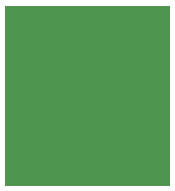
<source format=gbr>
G04 DipTrace 2.4.0.1*
%INBoard.gbr*%
%MOIN*%
%ADD11C,0.006*%
%FSLAX44Y44*%
G04*
G70*
G90*
G75*
G01*
%LNBoardPoly*%
%LPD*%
G36*
X9440Y9940D2*
D11*
X3940D1*
Y3940D1*
X9440D1*
Y9940D1*
G37*
M02*

</source>
